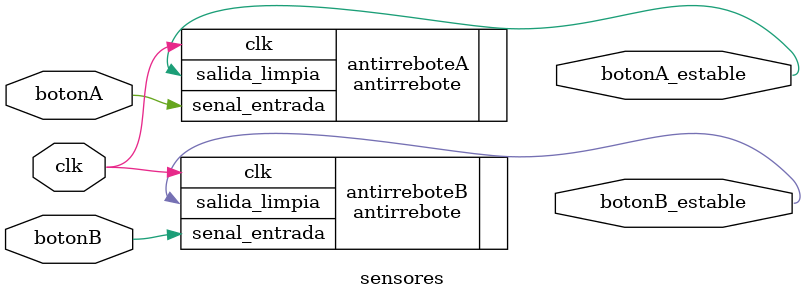
<source format=v>
module sensores(
    input wire clk,
    input botonA,
    input botonB,
    output wire botonA_estable,
    output wire botonB_estable
);

antirrebote antirreboteA(
    .clk(clk),
    .senal_entrada(botonA),
    .salida_limpia(botonA_estable)
);

antirrebote antirreboteB(
    .clk(clk),
    .senal_entrada(botonB),
    .salida_limpia(botonB_estable)
);

endmodule
</source>
